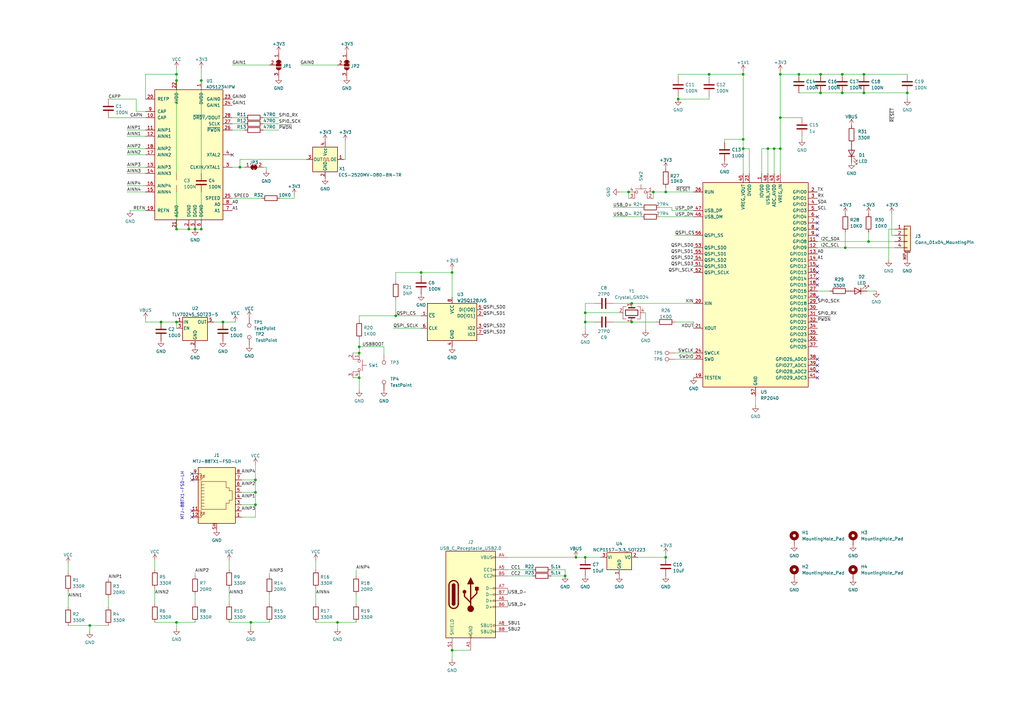
<source format=kicad_sch>
(kicad_sch (version 20211123) (generator eeschema)
  (paper "A3")
  (title_block (title "4x Quarter-Wheatstone Bridge Interface") (date "2022-07-21") (rev "v1.0") (company "Design: Naveed Riaziat, Uli Bartels"))
  (junction (at 72.39 33.02))
  (junction (at 327.66 30.48))
  (junction (at 257.81 78.74))
  (junction (at 82.55 33.02))
  (junction (at 236.22 228.6))
  (junction (at 91.44 132.08))
  (junction (at 354.33 38.1))
  (junction (at 304.8 30.48))
  (junction (at 240.03 132.08))
  (junction (at 147.32 142.24))
  (junction (at 317.5 60.96))
  (junction (at 320.04 30.48))
  (junction (at 267.97 78.74))
  (junction (at 273.05 228.6))
  (junction (at 273.05 78.74))
  (junction (at 320.04 48.26))
  (junction (at 304.8 57.15))
  (junction (at 259.08 124.46))
  (junction (at 372.11 38.1))
  (junction (at 77.47 93.98))
  (junction (at 102.87 255.27))
  (junction (at 356.235 99.06))
  (junction (at 346.71 101.6))
  (junction (at 147.32 144.78))
  (junction (at 185.42 266.7))
  (junction (at 240.03 128.27))
  (junction (at 320.04 60.96))
  (junction (at 104.775 201.93))
  (junction (at 72.39 93.98))
  (junction (at 278.13 40.64))
  (junction (at 138.43 255.27))
  (junction (at 304.8 60.96))
  (junction (at 162.306 129.54))
  (junction (at 336.55 38.1))
  (junction (at 82.55 93.98))
  (junction (at 72.39 30.48))
  (junction (at 72.39 132.08))
  (junction (at 290.83 30.48))
  (junction (at 172.72 111.76))
  (junction (at 240.03 228.6))
  (junction (at 345.44 38.1))
  (junction (at 104.775 196.85))
  (junction (at 259.08 132.08))
  (junction (at 345.44 30.48))
  (junction (at 336.55 30.48))
  (junction (at 66.04 132.08))
  (junction (at 185.42 111.76))
  (junction (at 72.39 255.27))
  (junction (at 147.32 154.94))
  (junction (at 354.33 30.48))
  (junction (at 231.775 236.22))
  (junction (at 104.775 207.01))
  (junction (at 98.425 68.58))
  (junction (at 36.83 256.54))
  (junction (at 314.96 60.96))
  (junction (at 80.01 93.98))
  (no_connect (at 335.28 149.86))
  (no_connect (at 78.74 194.31))
  (no_connect (at 78.74 196.85))
  (no_connect (at 78.74 209.55))
  (no_connect (at 78.74 212.09))
  (no_connect (at 95.25 63.5))
  (no_connect (at 335.28 152.4))
  (no_connect (at 335.28 147.32))
  (no_connect (at 335.28 154.94))
  (no_connect (at 335.28 88.9))
  (no_connect (at 335.28 96.52))
  (no_connect (at 335.28 116.84))
  (no_connect (at 335.28 121.92))
  (no_connect (at 335.28 91.44))
  (no_connect (at 335.28 111.76))
  (no_connect (at 335.28 114.3))
  (no_connect (at 335.28 93.98))
  (no_connect (at 335.28 109.22))
  (wire (pts (xy 346.71 95.25) (xy 346.71 101.6)))
  (wire (pts (xy 273.05 78.74) (xy 284.48 78.74)))
  (wire (pts (xy 240.03 124.46) (xy 240.03 128.27)))
  (wire (pts (xy 162.306 122.936) (xy 162.306 129.54)))
  (wire (pts (xy 114.3 50.8) (xy 107.95 50.8)))
  (wire (pts (xy 226.06 233.68) (xy 231.775 233.68)))
  (wire (pts (xy 304.8 57.15) (xy 297.18 57.15)))
  (wire (pts (xy 278.13 30.48) (xy 278.13 31.75)))
  (wire (pts (xy 273.05 76.835) (xy 273.05 78.74)))
  (wire (pts (xy 80.01 243.84) (xy 80.01 247.65)))
  (wire (pts (xy 320.04 60.96) (xy 320.04 71.12)))
  (wire (pts (xy 99.06 196.85) (xy 104.775 196.85)))
  (wire (pts (xy 72.39 33.02) (xy 72.39 71.12)))
  (wire (pts (xy 290.83 30.48) (xy 278.13 30.48)))
  (wire (pts (xy 161.29 134.62) (xy 172.72 134.62)))
  (wire (pts (xy 144.78 144.78) (xy 147.32 144.78)))
  (wire (pts (xy 261.62 228.6) (xy 273.05 228.6)))
  (wire (pts (xy 309.88 162.56) (xy 309.88 166.37)))
  (wire (pts (xy 364.49 93.98) (xy 364.49 106.68)))
  (wire (pts (xy 307.34 71.12) (xy 307.34 60.96)))
  (wire (pts (xy 304.8 30.48) (xy 290.83 30.48)))
  (wire (pts (xy 312.42 60.96) (xy 314.96 60.96)))
  (wire (pts (xy 53.34 86.36) (xy 59.69 86.36)))
  (wire (pts (xy 372.11 38.1) (xy 372.11 40.64)))
  (wire (pts (xy 185.42 111.76) (xy 185.42 121.92)))
  (wire (pts (xy 147.32 139.065) (xy 147.32 142.24)))
  (wire (pts (xy 162.306 115.316) (xy 162.306 111.76)))
  (wire (pts (xy 251.46 124.46) (xy 259.08 124.46)))
  (wire (pts (xy 314.96 60.96) (xy 314.96 71.12)))
  (wire (pts (xy 52.07 63.5) (xy 59.69 63.5)))
  (wire (pts (xy 95.25 53.34) (xy 100.33 53.34)))
  (wire (pts (xy 109.22 68.58) (xy 109.22 69.85)))
  (wire (pts (xy 240.03 228.6) (xy 246.38 228.6)))
  (wire (pts (xy 52.07 55.88) (xy 59.69 55.88)))
  (wire (pts (xy 129.54 255.27) (xy 138.43 255.27)))
  (wire (pts (xy 162.306 129.54) (xy 172.72 129.54)))
  (wire (pts (xy 27.94 256.54) (xy 36.83 256.54)))
  (wire (pts (xy 72.39 30.48) (xy 72.39 33.02)))
  (wire (pts (xy 218.44 236.22) (xy 208.28 236.22)))
  (wire (pts (xy 367.03 93.98) (xy 364.49 93.98)))
  (wire (pts (xy 82.55 33.02) (xy 82.55 71.12)))
  (wire (pts (xy 98.425 68.58) (xy 100.33 68.58)))
  (wire (pts (xy 63.5 241.3) (xy 63.5 247.65)))
  (wire (pts (xy 257.81 78.74) (xy 254 78.74)))
  (wire (pts (xy 157.48 142.24) (xy 157.48 145.415)))
  (wire (pts (xy 240.03 124.46) (xy 243.84 124.46)))
  (wire (pts (xy 95.25 50.8) (xy 100.33 50.8)))
  (wire (pts (xy 110.49 234.95) (xy 110.49 236.22)))
  (wire (pts (xy 304.8 29.21) (xy 304.8 30.48)))
  (wire (pts (xy 107.95 68.58) (xy 109.22 68.58)))
  (wire (pts (xy 276.86 96.52) (xy 284.48 96.52)))
  (wire (pts (xy 146.05 243.84) (xy 146.05 247.65)))
  (wire (pts (xy 314.96 60.96) (xy 317.5 60.96)))
  (wire (pts (xy 36.83 256.54) (xy 44.45 256.54)))
  (wire (pts (xy 52.07 78.74) (xy 59.69 78.74)))
  (wire (pts (xy 320.04 30.48) (xy 320.04 48.26)))
  (wire (pts (xy 114.3 53.34) (xy 107.95 53.34)))
  (wire (pts (xy 345.44 38.1) (xy 354.33 38.1)))
  (wire (pts (xy 82.55 78.74) (xy 82.55 93.98)))
  (wire (pts (xy 147.32 142.24) (xy 147.32 144.78)))
  (wire (pts (xy 138.43 255.27) (xy 138.43 257.81)))
  (wire (pts (xy 259.08 124.46) (xy 284.48 124.46)))
  (wire (pts (xy 251.46 88.9) (xy 262.89 88.9)))
  (wire (pts (xy 218.44 233.68) (xy 208.28 233.68)))
  (wire (pts (xy 185.42 266.7) (xy 185.42 270.51)))
  (wire (pts (xy 354.33 30.48) (xy 372.11 30.48)))
  (wire (pts (xy 144.78 154.94) (xy 147.32 154.94)))
  (wire (pts (xy 304.8 60.96) (xy 304.8 57.15)))
  (wire (pts (xy 93.98 255.27) (xy 102.87 255.27)))
  (wire (pts (xy 231.775 233.68) (xy 231.775 236.22)))
  (wire (pts (xy 147.32 129.54) (xy 162.306 129.54)))
  (wire (pts (xy 335.28 119.38) (xy 340.36 119.38)))
  (wire (pts (xy 140.97 65.405) (xy 141.605 65.405)))
  (wire (pts (xy 59.69 30.48) (xy 72.39 30.48)))
  (wire (pts (xy 98.425 65.405) (xy 98.425 68.58)))
  (wire (pts (xy 129.54 229.87) (xy 129.54 233.68)))
  (wire (pts (xy 327.66 30.48) (xy 336.55 30.48)))
  (wire (pts (xy 276.86 132.08) (xy 284.48 132.08)))
  (wire (pts (xy 125.73 65.405) (xy 98.425 65.405)))
  (wire (pts (xy 312.42 71.12) (xy 312.42 60.96)))
  (wire (pts (xy 63.5 255.27) (xy 72.39 255.27)))
  (wire (pts (xy 44.45 245.11) (xy 44.45 248.92)))
  (wire (pts (xy 367.03 96.52) (xy 365.76 96.52)))
  (wire (pts (xy 102.87 255.27) (xy 102.87 257.81)))
  (wire (pts (xy 72.39 132.08) (xy 72.39 134.62)))
  (wire (pts (xy 87.63 132.08) (xy 91.44 132.08)))
  (wire (pts (xy 264.795 128.27) (xy 264.16 128.27)))
  (wire (pts (xy 104.775 201.93) (xy 104.775 196.85)))
  (wire (pts (xy 44.45 48.26) (xy 59.69 48.26)))
  (wire (pts (xy 114.3 48.26) (xy 107.95 48.26)))
  (wire (pts (xy 290.83 30.48) (xy 290.83 31.75)))
  (wire (pts (xy 95.25 26.67) (xy 110.49 26.67)))
  (wire (pts (xy 270.51 88.9) (xy 284.48 88.9)))
  (wire (pts (xy 95.25 68.58) (xy 98.425 68.58)))
  (wire (pts (xy 355.6 119.38) (xy 359.41 119.38)))
  (wire (pts (xy 365.76 87.63) (xy 365.76 96.52)))
  (wire (pts (xy 267.97 78.74) (xy 273.05 78.74)))
  (wire (pts (xy 66.04 132.08) (xy 72.39 132.08)))
  (wire (pts (xy 147.32 129.54) (xy 147.32 131.445)))
  (wire (pts (xy 290.83 39.37) (xy 290.83 40.64)))
  (wire (pts (xy 304.8 30.48) (xy 304.8 57.15)))
  (wire (pts (xy 93.98 241.3) (xy 93.98 247.65)))
  (wire (pts (xy 240.03 128.27) (xy 240.03 132.08)))
  (wire (pts (xy 278.13 39.37) (xy 278.13 40.64)))
  (wire (pts (xy 320.04 48.26) (xy 320.04 60.96)))
  (wire (pts (xy 354.33 38.1) (xy 372.11 38.1)))
  (wire (pts (xy 99.06 201.93) (xy 104.775 201.93)))
  (wire (pts (xy 208.28 241.3) (xy 208.28 243.84)))
  (wire (pts (xy 264.795 128.27) (xy 264.795 135.255)))
  (wire (pts (xy 114.935 81.28) (xy 120.65 81.28)))
  (wire (pts (xy 172.72 111.76) (xy 185.42 111.76)))
  (wire (pts (xy 120.65 81.28) (xy 120.65 80.01)))
  (wire (pts (xy 335.28 99.06) (xy 356.235 99.06)))
  (wire (pts (xy 27.94 231.14) (xy 27.94 234.95)))
  (wire (pts (xy 240.03 132.08) (xy 240.03 135.89)))
  (wire (pts (xy 72.39 93.98) (xy 77.47 93.98)))
  (wire (pts (xy 243.84 132.08) (xy 240.03 132.08)))
  (wire (pts (xy 208.28 228.6) (xy 236.22 228.6)))
  (wire (pts (xy 138.43 255.27) (xy 146.05 255.27)))
  (wire (pts (xy 304.8 60.96) (xy 307.34 60.96)))
  (wire (pts (xy 327.66 38.1) (xy 336.55 38.1)))
  (wire (pts (xy 320.04 48.26) (xy 328.93 48.26)))
  (wire (pts (xy 52.07 71.12) (xy 59.69 71.12)))
  (wire (pts (xy 320.04 30.48) (xy 327.66 30.48)))
  (wire (pts (xy 297.18 57.15) (xy 297.18 58.42)))
  (wire (pts (xy 52.07 76.2) (xy 59.69 76.2)))
  (wire (pts (xy 276.86 144.78) (xy 284.48 144.78)))
  (wire (pts (xy 59.69 45.72) (xy 55.88 45.72)))
  (wire (pts (xy 251.46 85.09) (xy 262.89 85.09)))
  (wire (pts (xy 257.81 81.28) (xy 257.81 78.74)))
  (wire (pts (xy 345.44 30.48) (xy 354.33 30.48)))
  (wire (pts (xy 72.39 27.94) (xy 72.39 30.48)))
  (wire (pts (xy 336.55 38.1) (xy 345.44 38.1)))
  (wire (pts (xy 99.06 207.01) (xy 104.775 207.01)))
  (wire (pts (xy 80.01 93.98) (xy 82.55 93.98)))
  (wire (pts (xy 147.32 142.24) (xy 157.48 142.24)))
  (wire (pts (xy 82.55 27.94) (xy 82.55 33.02)))
  (wire (pts (xy 63.5 229.87) (xy 63.5 233.68)))
  (wire (pts (xy 335.28 101.6) (xy 346.71 101.6)))
  (wire (pts (xy 80.01 234.95) (xy 80.01 236.22)))
  (wire (pts (xy 27.94 242.57) (xy 27.94 248.92)))
  (wire (pts (xy 52.07 53.34) (xy 59.69 53.34)))
  (wire (pts (xy 52.07 60.96) (xy 59.69 60.96)))
  (wire (pts (xy 275.59 85.09) (xy 275.59 86.36)))
  (wire (pts (xy 336.55 30.48) (xy 345.44 30.48)))
  (wire (pts (xy 72.39 255.27) (xy 80.01 255.27)))
  (wire (pts (xy 270.51 85.09) (xy 275.59 85.09)))
  (wire (pts (xy 284.48 132.08) (xy 284.48 134.62)))
  (wire (pts (xy 36.83 256.54) (xy 36.83 259.08)))
  (wire (pts (xy 226.06 236.22) (xy 231.775 236.22)))
  (wire (pts (xy 59.69 30.48) (xy 59.69 40.64)))
  (wire (pts (xy 259.08 132.08) (xy 269.24 132.08)))
  (wire (pts (xy 356.235 99.06) (xy 367.03 99.06)))
  (wire (pts (xy 273.05 227.33) (xy 273.05 228.6)))
  (wire (pts (xy 99.06 212.09) (xy 104.775 212.09)))
  (wire (pts (xy 102.87 255.27) (xy 110.49 255.27)))
  (wire (pts (xy 123.19 26.67) (xy 138.43 26.67)))
  (wire (pts (xy 162.306 111.76) (xy 172.72 111.76)))
  (wire (pts (xy 304.8 60.96) (xy 304.8 71.12)))
  (wire (pts (xy 104.775 212.09) (xy 104.775 207.01)))
  (wire (pts (xy 91.44 132.08) (xy 96.52 132.08)))
  (wire (pts (xy 236.22 228.6) (xy 240.03 228.6)))
  (wire (pts (xy 77.47 93.98) (xy 80.01 93.98)))
  (wire (pts (xy 52.07 68.58) (xy 59.69 68.58)))
  (wire (pts (xy 185.42 266.7) (xy 193.04 266.7)))
  (wire (pts (xy 72.39 255.27) (xy 72.39 257.81)))
  (wire (pts (xy 59.69 130.81) (xy 59.69 132.08)))
  (wire (pts (xy 251.46 132.08) (xy 259.08 132.08)))
  (wire (pts (xy 146.05 233.68) (xy 146.05 236.22)))
  (wire (pts (xy 172.72 111.76) (xy 172.72 113.03)))
  (wire (pts (xy 320.04 29.21) (xy 320.04 30.48)))
  (wire (pts (xy 328.93 55.88) (xy 328.93 57.15)))
  (wire (pts (xy 240.03 128.27) (xy 254 128.27)))
  (wire (pts (xy 59.69 132.08) (xy 66.04 132.08)))
  (wire (pts (xy 110.49 243.84) (xy 110.49 247.65)))
  (wire (pts (xy 55.88 40.64) (xy 44.45 40.64)))
  (wire (pts (xy 141.605 65.405) (xy 141.605 57.785)))
  (wire (pts (xy 317.5 60.96) (xy 320.04 60.96)))
  (wire (pts (xy 284.48 86.36) (xy 275.59 86.36)))
  (wire (pts (xy 346.71 101.6) (xy 367.03 101.6)))
  (wire (pts (xy 72.39 78.74) (xy 72.39 93.98)))
  (wire (pts (xy 129.54 241.3) (xy 129.54 247.65)))
  (wire (pts (xy 93.98 229.87) (xy 93.98 233.68)))
  (wire (pts (xy 95.25 81.28) (xy 107.315 81.28)))
  (wire (pts (xy 317.5 60.96) (xy 317.5 71.12)))
  (wire (pts (xy 267.97 81.28) (xy 267.97 78.74)))
  (wire (pts (xy 276.86 147.32) (xy 284.48 147.32)))
  (wire (pts (xy 95.25 48.26) (xy 100.33 48.26)))
  (wire (pts (xy 208.28 246.38) (xy 208.28 248.92)))
  (wire (pts (xy 147.32 154.94) (xy 147.32 160.02)))
  (wire (pts (xy 356.235 95.25) (xy 356.235 99.06)))
  (wire (pts (xy 104.775 207.01) (xy 104.775 201.93)))
  (wire (pts (xy 185.42 110.49) (xy 185.42 111.76)))
  (wire (pts (xy 104.775 196.85) (xy 104.775 190.5)))
  (wire (pts (xy 290.83 40.64) (xy 278.13 40.64)))
  (wire (pts (xy 55.88 45.72) (xy 55.88 40.64)))
  (text "MTJ-88TX1-FSD-LH" (at 75.565 213.36 90) (effects (font (size 1.27 1.27)) (justify left bottom)))
  (label "QSPI_CS" (at 276.86 96.52 0))
  (label "~{PWDN}" (at 335.28 132.08 0))
  (label "AINP2" (at 80.01 234.95 0))
  (label "XIN" (at 284.48 124.46 180))
  (label "SWCLK" (at 284.48 144.78 180))
  (label "AINP3" (at 52.07 68.58 0))
  (label "TX" (at 335.28 78.74 0))
  (label "QSPI_SD0" (at 198.12 127 0))
  (label "CC2" (at 209.55 236.22 0))
  (label "SWDIO" (at 284.48 147.32 180))
  (label "QSPI_SD1" (at 284.48 104.14 180))
  (label "SCL" (at 335.28 86.36 0))
  (label "CC1" (at 209.55 233.68 0))
  (label "AINN2" (at 63.5 243.84 0))
  (label "QSPI_SD2" (at 198.12 134.62 0))
  (label "USB_D+" (at 251.46 85.09 0))
  (label "AINP4" (at 52.07 76.2 0))
  (label "QSPI_SCLK" (at 284.48 111.76 180))
  (label "CAPP" (at 44.45 40.64 0))
  (label "A0" (at 95.25 83.82 0))
  (label "~{PWDN}" (at 114.3 53.34 0))
  (label "XOUT" (at 284.48 134.62 180))
  (label "QSPI_SD3" (at 198.12 137.16 0))
  (label "A1" (at 95.25 86.36 0))
  (label "AINN4" (at 129.54 243.84 0))
  (label "SPI0_SCK" (at 114.3 50.8 0))
  (label "QSPI_SCLK" (at 161.29 134.62 0))
  (label "AINP1" (at 99.06 204.47 0))
  (label "SPI0_RX" (at 335.28 129.54 0))
  (label "AINN1" (at 52.07 55.88 0))
  (label "AINP2" (at 99.06 199.39 0))
  (label "REFN" (at 54.61 86.36 0))
  (label "A0" (at 335.28 104.14 0))
  (label "SBU1" (at 208.28 256.54 0))
  (label "AINP3" (at 99.06 209.55 0))
  (label "SPI0_SCK" (at 335.28 124.46 0))
  (label "~{RESET}" (at 367.03 50.165 90))
  (label "QSPI_SD3" (at 284.48 109.22 180))
  (label "A1" (at 335.28 106.68 0))
  (label "QSPI_SD1" (at 198.12 129.54 0))
  (label "AINP4" (at 99.06 194.31 0))
  (label "SPI0_RX" (at 114.3 48.26 0))
  (label "GAIN1" (at 95.25 26.67 0))
  (label "USB_D+" (at 208.28 248.92 0))
  (label "AINN1" (at 27.94 245.11 0))
  (label "SPEED" (at 95.885 81.28 0))
  (label "AINP4" (at 146.05 233.68 0))
  (label "SDA" (at 335.28 83.82 0))
  (label "USB_D-" (at 208.28 243.84 0))
  (label "USP_DP" (at 276.86 86.36 0))
  (label "QSPI_CS" (at 162.56 129.54 0))
  (label "AINN3" (at 93.98 243.84 0))
  (label "GAIN0" (at 95.25 40.64 0))
  (label "USP_DN" (at 276.86 88.9 0))
  (label "~{RESET}" (at 283.21 78.74 180))
  (label "AINP2" (at 52.07 60.96 0))
  (label "AINP1" (at 44.45 237.49 0))
  (label "I2C_SDA" (at 336.55 99.06 0))
  (label "QSPI_SD0" (at 284.48 101.6 180))
  (label "USBBOOT" (at 148.59 142.24 0))
  (label "GAIN0" (at 123.19 26.67 0))
  (label "AINN3" (at 52.07 71.12 0))
  (label "AINP1" (at 52.07 53.34 0))
  (label "AINN2" (at 52.07 63.5 0))
  (label "USB_D-" (at 251.46 88.9 0))
  (label "SBU2" (at 208.28 259.08 0))
  (label "GAIN1" (at 95.25 43.18 0))
  (label "I2C_SCL" (at 336.55 101.6 0))
  (label "QSPI_SD2" (at 284.48 106.68 180))
  (label "CAPN" (at 53.34 48.26 0))
  (label "RX" (at 335.28 81.28 0))
  (label "AINN4" (at 52.07 78.74 0))
  (label "AINP3" (at 110.49 234.95 0))
  (symbol (lib_id "power:+3V3") (at 273.05 69.215 0) (unit 1)
    (property "Reference" "#PWR041" (effects hide))
    (property "Value" "+3V3" (at 273.05 65.6392 0))
  )
  (symbol (lib_id "Connector_Generic_MountingPin:Conn_01x04_MountingPin") (at 372.11 96.52 0) (unit 1)
    (property "Reference" "J3" (at 375.285 96.8755 0) (effects (justify left)))
    (property "Value" "Conn_01x04_MountingPin" (at 375.285 99.4155 0) (effects (justify left)))
    (property "Footprint" "Connector_JST:JST_SH_BM04B-SRSS-TB_1x04-1MP_P1.00mm_Vertical" (effects hide))
  )
  (symbol (lib_id "Device:R") (at 146.05 251.46 0) (unit 1)
    (property "Reference" "R19" (at 147.828 250.6253 0) (effects (justify left)))
    (property "Value" "330R" (at 147.828 253.1622 0) (effects (justify left)))
    (property "Footprint" "Resistor_SMD:R_0402_1005Metric_Pad0.72x0.64mm_HandSolder" (effects hide))
  )
  (symbol (lib_id "power:VCC") (at 72.39 27.94 0) (unit 1)
    (property "Reference" "#PWR07" (effects hide))
    (property "Value" "VCC" (at 72.39 24.3642 0))
  )
  (symbol (lib_id "Device:R") (at 346.71 91.44 0) (unit 1)
    (property "Reference" "R28" (at 348.615 90.1699 0) (effects (justify left)))
    (property "Value" "10K0" (at 348.615 92.7099 0) (effects (justify left)))
    (property "Footprint" "Resistor_SMD:R_0402_1005Metric_Pad0.72x0.64mm_HandSolder" (effects hide))
  )
  (symbol (lib_id "power:VCC") (at 27.94 231.14 0) (unit 1)
    (property "Reference" "#PWR01" (effects hide))
    (property "Value" "VCC" (at 27.94 227.5642 0))
  )
  (symbol (lib_id "Mechanical:MountingHole_Pad") (at 349.885 220.98 0) (unit 1)
    (property "Reference" "H3" (at 353.06 218.4399 0) (effects (justify left)))
    (property "Value" "MountingHole_Pad" (at 353.06 220.9799 0) (effects (justify left)))
    (property "Footprint" "MountingHole:MountingHole_2.2mm_M2_DIN965_Pad" (effects hide))
  )
  (symbol (lib_id "power:+3V3") (at 346.71 87.63 0) (unit 1)
    (property "Reference" "#PWR051" (effects hide))
    (property "Value" "+3V3" (at 346.71 84.0542 0))
  )
  (symbol (lib_id "power:+3V3") (at 133.35 57.785 0) (unit 1)
    (property "Reference" "#PWR0103" (effects hide))
    (property "Value" "+3V3" (at 133.35 54.2092 0))
  )
  (symbol (lib_id "power:+3V3") (at 114.3 21.59 0) (unit 1)
    (property "Reference" "#PWR021" (effects hide))
    (property "Value" "+3V3" (at 114.3 18.0142 0))
  )
  (symbol (lib_id "power:VCC") (at 102.235 130.175 0) (unit 1)
    (property "Reference" "#PWR017" (effects hide))
    (property "Value" "VCC" (at 102.235 126.5992 0))
  )
  (symbol (lib_id "Jumper:SolderJumper_2_Bridged") (at 104.14 68.58 0) (unit 1)
    (property "Reference" "JP3" (at 104.14 66.675 0))
    (property "Value" "SolderJumper_2_Bridged" (effects hide))
    (property "Footprint" "Jumper:SolderJumper-2_P1.3mm_Bridged_Pad1.0x1.5mm" (effects hide))
  )
  (symbol (lib_id "Device:C") (at 354.33 34.29 0) (unit 1)
    (property "Reference" "C18" (at 357.251 33.4553 0) (effects (justify left)))
    (property "Value" "100N" (at 357.251 35.9922 0) (effects (justify left)))
    (property "Footprint" "Capacitor_SMD:C_0402_1005Metric_Pad0.74x0.62mm_HandSolder" (effects hide))
  )
  (symbol (lib_id "power:GND") (at 309.88 166.37 0) (unit 1)
    (property "Reference" "#PWR046" (effects hide))
    (property "Value" "GND" (at 309.88 170.8134 0))
  )
  (symbol (lib_id "power:+3V3") (at 82.55 27.94 0) (unit 1)
    (property "Reference" "#PWR011" (effects hide))
    (property "Value" "+3V3" (at 82.55 24.3642 0))
  )
  (symbol (lib_id "Device:C") (at 273.05 232.41 0) (unit 1)
    (property "Reference" "C10" (at 275.971 231.5753 0) (effects (justify left)))
    (property "Value" "10uF" (at 275.971 234.1122 0) (effects (justify left)))
    (property "Footprint" "Capacitor_SMD:C_0402_1005Metric_Pad0.74x0.62mm_HandSolder" (effects hide))
  )
  (symbol (lib_id "Device:C") (at 345.44 34.29 0) (unit 1)
    (property "Reference" "C17" (at 348.361 33.4553 0) (effects (justify left)))
    (property "Value" "100N" (at 348.361 35.9922 0) (effects (justify left)))
    (property "Footprint" "Capacitor_SMD:C_0402_1005Metric_Pad0.74x0.62mm_HandSolder" (effects hide))
  )
  (symbol (lib_id "Connector:TestPoint") (at 102.235 141.605 0) (unit 1)
    (property "Reference" "TP2" (at 104.775 137.0329 0) (effects (justify left)))
    (property "Value" "TestPoint" (at 104.775 139.5729 0) (effects (justify left)))
    (property "Footprint" "TestPoint:TestPoint_Pad_D3.0mm" (effects hide))
  )
  (symbol (lib_id "Device:C") (at 82.55 74.93 0) (unit 1)
    (property "Reference" "C4" (at 85.471 74.0953 0) (effects (justify left)))
    (property "Value" "100N" (at 85.471 76.6322 0) (effects (justify left)))
    (property "Footprint" "Capacitor_SMD:C_0402_1005Metric_Pad0.74x0.62mm_HandSolder" (effects hide))
  )
  (symbol (lib_id "power:GND") (at 185.42 270.51 0) (unit 1)
    (property "Reference" "#PWR032" (effects hide))
    (property "Value" "GND" (at 185.42 274.9534 0))
  )
  (symbol (lib_id "Connector:TestPoint") (at 102.235 130.175 180) (unit 1)
    (property "Reference" "TP1" (at 104.14 132.2069 0) (effects (justify right)))
    (property "Value" "TestPoint" (at 104.14 134.7469 0) (effects (justify right)))
    (property "Footprint" "TestPoint:TestPoint_Pad_D3.0mm" (effects hide))
  )
  (symbol (lib_id "Device:R") (at 349.25 55.245 0) (unit 1)
    (property "Reference" "R31" (at 351.79 53.9749 0) (effects (justify left)))
    (property "Value" "330R" (at 351.79 56.5149 0) (effects (justify left)))
    (property "Footprint" "Resistor_SMD:R_0402_1005Metric_Pad0.72x0.64mm_HandSolder" (effects hide))
  )
  (symbol (lib_id "power:GND") (at 53.34 86.36 0) (unit 1)
    (property "Reference" "#PWR03" (effects hide))
    (property "Value" "GND" (at 53.34 90.8034 0))
  )
  (symbol (lib_id "Device:R") (at 344.17 119.38 90) (unit 1)
    (property "Reference" "R29" (at 344.17 114.6642 90))
    (property "Value" "330R" (at 344.17 117.2011 90))
    (property "Footprint" "Resistor_SMD:R_0402_1005Metric_Pad0.72x0.64mm_HandSolder" (effects hide))
  )
  (symbol (lib_id "Connector:TestPoint") (at 276.86 147.32 90) (unit 1)
    (property "Reference" "TP6" (at 270.002 147.32 90))
    (property "Value" "TestPoint" (effects hide))
    (property "Footprint" "TestPoint:TestPoint_Pad_D4.0mm" (effects hide))
  )
  (symbol (lib_id "power:GND") (at 254 78.74 270) (mirror x) (unit 1)
    (property "Reference" "#PWR061" (effects hide))
    (property "Value" "GND" (at 249.5566 78.74 0))
  )
  (symbol (lib_id "power:GND") (at 142.24 31.75 0) (unit 1)
    (property "Reference" "#PWR026" (effects hide))
    (property "Value" "GND" (at 142.24 36.1934 0))
  )
  (symbol (lib_id "Connector:TestPoint") (at 276.86 144.78 90) (unit 1)
    (property "Reference" "TP5" (at 270.002 144.78 90))
    (property "Value" "TestPoint" (effects hide))
    (property "Footprint" "TestPoint:TestPoint_Pad_D4.0mm" (effects hide))
  )
  (symbol (lib_id "Device:C") (at 66.04 135.89 0) (unit 1)
    (property "Reference" "C2" (at 68.961 135.0553 0) (effects (justify left)))
    (property "Value" "10U0" (at 68.961 137.5922 0) (effects (justify left)))
    (property "Footprint" "Capacitor_SMD:C_0402_1005Metric_Pad0.74x0.62mm_HandSolder" (effects hide))
  )
  (symbol (lib_id "Device:R") (at 147.32 135.255 0) (unit 1)
    (property "Reference" "R20" (at 149.098 134.4203 0) (effects (justify left)))
    (property "Value" "1K00" (at 149.098 136.9572 0) (effects (justify left)))
    (property "Footprint" "Resistor_SMD:R_0402_1005Metric_Pad0.72x0.64mm_HandSolder" (effects hide))
  )
  (symbol (lib_id "Regulator_Linear:NCP1117-3.3_SOT223") (at 254 228.6 0) (unit 1)
    (property "Reference" "U4" (at 254 222.9952 0))
    (property "Value" "NCP1117-3.3_SOT223" (at 254 225.5321 0))
    (property "Footprint" "Package_TO_SOT_SMD:SOT-223-3_TabPin2" (effects hide))
    (property "Datasheet" "http://www.onsemi.com/pub_link/Collateral/NCP1117-D.PDF" (effects hide))
  )
  (symbol (lib_id "Device:C") (at 336.55 34.29 0) (unit 1)
    (property "Reference" "C16" (at 339.471 33.4553 0) (effects (justify left)))
    (property "Value" "100N" (at 339.471 35.9922 0) (effects (justify left)))
    (property "Footprint" "Capacitor_SMD:C_0402_1005Metric_Pad0.74x0.62mm_HandSolder" (effects hide))
  )
  (symbol (lib_id "power:VCC") (at 96.52 132.08 0) (unit 1)
    (property "Reference" "#PWR016" (effects hide))
    (property "Value" "VCC" (at 96.52 128.5042 0))
  )
  (symbol (lib_id "Device:C") (at 328.93 52.07 0) (unit 1)
    (property "Reference" "C15" (at 331.851 51.2353 0) (effects (justify left)))
    (property "Value" "1u" (at 331.851 53.7722 0) (effects (justify left)))
    (property "Footprint" "Capacitor_SMD:C_0402_1005Metric_Pad0.74x0.62mm_HandSolder" (effects hide))
  )
  (symbol (lib_id "Device:R") (at 104.14 53.34 90) (unit 1)
    (property "Reference" "R13" (at 99.06 52.07 90))
    (property "Value" "47R0" (at 110.49 52.07 90))
    (property "Footprint" "Resistor_SMD:R_0402_1005Metric_Pad0.72x0.64mm_HandSolder" (effects hide))
  )
  (symbol (lib_id "power:GND") (at 372.11 40.64 0) (unit 1)
    (property "Reference" "#PWR062" (effects hide))
    (property "Value" "GND" (at 372.11 45.0834 0))
  )
  (symbol (lib_id "Device:R") (at 93.98 237.49 0) (unit 1)
    (property "Reference" "R9" (at 95.758 236.6553 0) (effects (justify left)))
    (property "Value" "330R" (at 95.758 239.1922 0) (effects (justify left)))
    (property "Footprint" "Resistor_SMD:R_0402_1005Metric_Pad0.72x0.64mm_HandSolder" (effects hide))
  )
  (symbol (lib_id "Device:R") (at 80.01 240.03 0) (unit 1)
    (property "Reference" "R7" (at 81.788 239.1953 0) (effects (justify left)))
    (property "Value" "20R0" (at 81.788 241.7322 0) (effects (justify left)))
    (property "Footprint" "Resistor_SMD:R_0402_1005Metric_Pad0.72x0.64mm_HandSolder" (effects hide))
  )
  (symbol (lib_id "power:+3V3") (at 273.05 227.33 0) (unit 1)
    (property "Reference" "#PWR038" (effects hide))
    (property "Value" "+3V3" (at 273.05 223.7542 0))
  )
  (symbol (lib_id "Device:R") (at 273.05 73.025 0) (unit 1)
    (property "Reference" "R27" (at 274.828 72.1903 0) (effects (justify left)))
    (property "Value" "10K0" (at 274.955 74.295 0) (effects (justify left)))
    (property "Footprint" "Resistor_SMD:R_0402_1005Metric_Pad0.72x0.64mm_HandSolder" (effects hide))
  )
  (symbol (lib_id "Device:C") (at 247.65 132.08 270) (unit 1)
    (property "Reference" "C9" (at 247.65 138.43 90))
    (property "Value" "27P0" (at 247.65 135.89 90))
    (property "Footprint" "Capacitor_SMD:C_0402_1005Metric_Pad0.74x0.62mm_HandSolder" (effects hide))
  )
  (symbol (lib_id "Device:R") (at 27.94 238.76 0) (unit 1)
    (property "Reference" "R1" (at 29.718 237.9253 0) (effects (justify left)))
    (property "Value" "330R" (at 29.718 240.4622 0) (effects (justify left)))
    (property "Footprint" "Resistor_SMD:R_0402_1005Metric_Pad0.72x0.64mm_HandSolder" (effects hide))
  )
  (symbol (lib_id "Switch:SW_MEC_5E") (at 144.78 149.86 270) (unit 1)
    (property "Reference" "SW1" (at 151.13 149.8599 90) (effects (justify left)))
    (property "Value" "SW_MEC_5E" (effects hide))
    (property "Footprint" "Button_Switch_THT:SW_TH_Tactile_Omron_B3F-10xx" (effects hide))
    (property "Datasheet" "http://www.apem.com/int/index.php?controller=attachment&id_attachment=1371" (effects hide))
  )
  (symbol (lib_id "power:VBUS") (at 59.69 130.81 0) (unit 1)
    (property "Reference" "#PWR04" (effects hide))
    (property "Value" "VBUS" (at 59.69 127.2342 0))
  )
  (symbol (lib_id "Device:R") (at 27.94 252.73 180) (unit 1)
    (property "Reference" "R2" (at 29.718 251.8953 0) (effects (justify right)))
    (property "Value" "330R" (at 29.718 254.4322 0) (effects (justify right)))
    (property "Footprint" "Resistor_SMD:R_0402_1005Metric_Pad0.72x0.64mm_HandSolder" (effects hide))
  )
  (symbol (lib_id "Switch:SW_MEC_5E") (at 262.89 81.28 0) (mirror y) (unit 1)
    (property "Reference" "SW2" (at 262.8901 74.295 90) (effects (justify left)))
    (property "Value" "SW_MEC_5E" (effects hide))
    (property "Footprint" "Button_Switch_THT:SW_TH_Tactile_Omron_B3F-10xx" (effects hide))
    (property "Datasheet" "http://www.apem.com/int/index.php?controller=attachment&id_attachment=1371" (effects hide))
  )
  (symbol (lib_id "power:VCC") (at 63.5 229.87 0) (unit 1)
    (property "Reference" "#PWR05" (effects hide))
    (property "Value" "VCC" (at 63.5 226.2942 0))
  )
  (symbol (lib_id "power:+3V3") (at 141.605 57.785 0) (unit 1)
    (property "Reference" "#PWR0104" (effects hide))
    (property "Value" "+3V3" (at 141.605 54.2092 0))
  )
  (symbol (lib_id "Device:R") (at 63.5 251.46 180) (unit 1)
    (property "Reference" "R6" (at 65.278 250.6253 0) (effects (justify right)))
    (property "Value" "330R" (at 65.278 253.1622 0) (effects (justify right)))
    (property "Footprint" "Resistor_SMD:R_0402_1005Metric_Pad0.72x0.64mm_HandSolder" (effects hide))
  )
  (symbol (lib_id "power:+3V3") (at 185.42 110.49 0) (unit 1)
    (property "Reference" "#PWR030" (effects hide))
    (property "Value" "+3V3" (at 185.42 106.9142 0))
  )
  (symbol (lib_id "MCU_RaspberryPi:RP2040") (at 309.88 116.84 0) (unit 1)
    (property "Reference" "U5" (at 311.8994 160.7804 0) (effects (justify left)))
    (property "Value" "RP2040" (at 311.8994 163.3173 0) (effects (justify left)))
    (property "Footprint" "Package_DFN_QFN:QFN-56-1EP_7x7mm_P0.4mm_EP3.2x3.2mm" (effects hide))
    (property "Datasheet" "https://datasheets.raspberrypi.com/rp2040/rp2040-datasheet.pdf" (effects hide))
  )
  (symbol (lib_id "Device:Crystal_GND24") (at 259.08 128.27 90) (unit 1)
    (property "Reference" "Y1" (at 259.08 119.38 90))
    (property "Value" "Crystal_GND24" (at 259.08 121.92 90))
    (property "Footprint" "Crystal:Crystal_SMD_3225-4Pin_3.2x2.5mm_HandSoldering" (effects hide))
  )
  (symbol (lib_id "Device:C") (at 290.83 35.56 0) (unit 1)
    (property "Reference" "C12" (at 293.751 34.7253 0) (effects (justify left)))
    (property "Value" "100N" (at 293.751 37.2622 0) (effects (justify left)))
    (property "Footprint" "Capacitor_SMD:C_0402_1005Metric_Pad0.74x0.62mm_HandSolder" (effects hide))
  )
  (symbol (lib_id "Device:C") (at 297.18 62.23 0) (unit 1)
    (property "Reference" "C13" (at 300.101 61.3953 0) (effects (justify left)))
    (property "Value" "1U00" (at 300.101 63.9322 0) (effects (justify left)))
    (property "Footprint" "Capacitor_SMD:C_0402_1005Metric_Pad0.74x0.62mm_HandSolder" (effects hide))
  )
  (symbol (lib_id "power:GND") (at 325.755 237.49 0) (unit 1)
    (property "Reference" "#PWR049" (effects hide))
    (property "Value" "GND" (at 325.755 241.9334 0))
  )
  (symbol (lib_id "Connector:TestPoint") (at 157.48 160.02 0) (unit 1)
    (property "Reference" "TP4" (at 160.02 155.4479 0) (effects (justify left)))
    (property "Value" "TestPoint" (at 160.02 157.9879 0) (effects (justify left)))
    (property "Footprint" "TestPoint:TestPoint_Pad_D3.0mm" (effects hide))
  )
  (symbol (lib_id "power:GND") (at 254 236.22 0) (unit 1)
    (property "Reference" "#PWR037" (effects hide))
    (property "Value" "GND" (at 254 240.6634 0))
  )
  (symbol (lib_id "power:GND") (at 264.795 135.255 0) (unit 1)
    (property "Reference" "#PWR040" (effects hide))
    (property "Value" "GND" (at 264.795 139.6984 0))
  )
  (symbol (lib_id "power:GND") (at 102.235 141.605 0) (unit 1)
    (property "Reference" "#PWR018" (effects hide))
    (property "Value" "GND" (at 102.235 146.0484 0))
  )
  (symbol (lib_id "power:VCC") (at 129.54 229.87 0) (unit 1)
    (property "Reference" "#PWR023" (effects hide))
    (property "Value" "VCC" (at 129.54 226.2942 0))
  )
  (symbol (lib_id "power:GND") (at 185.42 142.24 0) (unit 1)
    (property "Reference" "#PWR031" (effects hide))
    (property "Value" "GND" (at 185.42 146.6834 0))
  )
  (symbol (lib_id "Device:R") (at 110.49 251.46 0) (unit 1)
    (property "Reference" "R15" (at 112.268 250.6253 0) (effects (justify left)))
    (property "Value" "330R" (at 112.268 253.1622 0) (effects (justify left)))
    (property "Footprint" "Resistor_SMD:R_0402_1005Metric_Pad0.72x0.64mm_HandSolder" (effects hide))
  )
  (symbol (lib_id "Device:R") (at 104.14 48.26 90) (unit 1)
    (property "Reference" "R11" (at 99.06 46.99 90))
    (property "Value" "47R0" (at 110.49 46.99 90))
    (property "Footprint" "Resistor_SMD:R_0402_1005Metric_Pad0.72x0.64mm_HandSolder" (effects hide))
  )
  (symbol (lib_id "power:GND") (at 284.48 154.94 0) (unit 1)
    (property "Reference" "#PWR043" (effects hide))
    (property "Value" "GND" (at 284.48 159.3834 0))
  )
  (symbol (lib_id "power:GND") (at 364.49 106.68 0) (unit 1)
    (property "Reference" "#PWR053" (effects hide))
    (property "Value" "GND" (at 364.49 111.1234 0))
  )
  (symbol (lib_id "Device:C") (at 91.44 135.89 0) (unit 1)
    (property "Reference" "C5" (at 94.361 135.0553 0) (effects (justify left)))
    (property "Value" "10U0" (at 94.361 137.5922 0) (effects (justify left)))
    (property "Footprint" "Capacitor_SMD:C_0402_1005Metric_Pad0.74x0.62mm_HandSolder" (effects hide))
  )
  (symbol (lib_id "power:GND") (at 133.35 73.025 0) (unit 1)
    (property "Reference" "#PWR0102" (effects hide))
    (property "Value" "GND" (at 133.35 77.4684 0))
  )
  (symbol (lib_id "Device:R") (at 222.25 233.68 270) (unit 1)
    (property "Reference" "R22" (at 217.17 232.41 90))
    (property "Value" "5.1k" (at 227.965 232.41 90))
    (property "Footprint" "Resistor_SMD:R_0402_1005Metric_Pad0.72x0.64mm_HandSolder" (effects hide))
  )
  (symbol (lib_id "Mechanical:MountingHole_Pad") (at 349.885 234.95 0) (unit 1)
    (property "Reference" "H4" (at 353.06 232.4099 0) (effects (justify left)))
    (property "Value" "MountingHole_Pad" (at 353.06 234.9499 0) (effects (justify left)))
    (property "Footprint" "MountingHole:MountingHole_2.2mm_M2_DIN965_Pad" (effects hide))
  )
  (symbol (lib_id "Device:R") (at 104.14 50.8 90) (unit 1)
    (property "Reference" "R12" (at 99.06 49.53 90))
    (property "Value" "47R0" (at 110.49 49.53 90))
    (property "Footprint" "Resistor_SMD:R_0402_1005Metric_Pad0.72x0.64mm_HandSolder" (effects hide))
  )
  (symbol (lib_id "Device:LED") (at 349.25 62.865 90) (unit 1)
    (property "Reference" "D1" (at 352.171 63.6178 90) (effects (justify right)))
    (property "Value" "LED" (at 352.171 66.1547 90) (effects (justify right)))
    (property "Footprint" "LED_SMD:LED_0603_1608Metric_Pad1.05x0.95mm_HandSolder" (effects hide))
  )
  (symbol (lib_id "Device:R") (at 266.7 85.09 90) (unit 1)
    (property "Reference" "R24" (at 261.62 83.82 90))
    (property "Value" "27R4" (at 271.78 83.82 90))
    (property "Footprint" "Resistor_SMD:R_0402_1005Metric_Pad0.72x0.64mm_HandSolder" (effects hide))
  )
  (symbol (lib_id "Device:R") (at 93.98 251.46 180) (unit 1)
    (property "Reference" "R10" (at 95.758 250.6253 0) (effects (justify right)))
    (property "Value" "330R" (at 95.758 253.1622 0) (effects (justify right)))
    (property "Footprint" "Resistor_SMD:R_0402_1005Metric_Pad0.72x0.64mm_HandSolder" (effects hide))
  )
  (symbol (lib_id "power:GND") (at 91.44 139.7 0) (unit 1)
    (property "Reference" "#PWR013" (effects hide))
    (property "Value" "GND" (at 91.44 144.1434 0))
  )
  (symbol (lib_id "Mechanical:MountingHole_Pad") (at 325.755 220.98 0) (unit 1)
    (property "Reference" "H1" (at 328.93 218.4399 0) (effects (justify left)))
    (property "Value" "MountingHole_Pad" (at 328.93 220.9799 0) (effects (justify left)))
    (property "Footprint" "MountingHole:MountingHole_2.2mm_M2_DIN965_Pad" (effects hide))
  )
  (symbol (lib_id "power:GND") (at 231.775 236.22 0) (unit 1)
    (property "Reference" "#PWR033" (effects hide))
    (property "Value" "GND" (at 231.775 240.6634 0))
  )
  (symbol (lib_id "power:GND") (at 240.03 135.89 0) (unit 1)
    (property "Reference" "#PWR036" (effects hide))
    (property "Value" "GND" (at 240.03 140.3334 0))
  )
  (symbol (lib_id "Connector:RJ45_LED_Shielded") (at 88.9 204.47 0) (unit 1)
    (property "Reference" "J1" (at 88.9 186.69 0))
    (property "Value" "MTJ-88TX1-FSD-LH" (at 88.9 189.23 0))
    (property "Footprint" "NorthernLights_Footprints:RJ45_Hanrun_HR911105A" (effects hide))
  )
  (symbol (lib_id "power:GND") (at 157.48 160.02 0) (unit 1)
    (property "Reference" "#PWR028" (effects hide))
    (property "Value" "GND" (at 157.48 164.4634 0))
  )
  (symbol (lib_id "Device:R") (at 222.25 236.22 90) (unit 1)
    (property "Reference" "R23" (at 217.17 234.95 90))
    (property "Value" "5.1k" (at 227.965 234.95 90))
    (property "Footprint" "Resistor_SMD:R_0402_1005Metric_Pad0.72x0.64mm_HandSolder" (effects hide))
  )
  (symbol (lib_id "Jumper:SolderJumper_3_Bridged12") (at 114.3 26.67 270) (unit 1)
    (property "Reference" "JP1" (at 115.951 27.1038 90) (effects (justify left)))
    (property "Value" "SolderJumper_3_Bridged12" (effects hide))
    (property "Footprint" "Jumper:SolderJumper-3_P1.3mm_Bridged12_Pad1.0x1.5mm" (effects hide))
  )
  (symbol (lib_id "power:GND") (at 278.13 40.64 0) (unit 1)
    (property "Reference" "#PWR042" (effects hide))
    (property "Value" "GND" (at 278.13 45.0834 0))
  )
  (symbol (lib_id "Device:C") (at 240.03 232.41 0) (unit 1)
    (property "Reference" "C7" (at 242.951 231.5753 0) (effects (justify left)))
    (property "Value" "10uF" (at 242.951 234.1122 0) (effects (justify left)))
    (property "Footprint" "Capacitor_SMD:C_0402_1005Metric_Pad0.74x0.62mm_HandSolder" (effects hide))
  )
  (symbol (lib_id "power:VBUS") (at 349.25 51.435 0) (unit 1)
    (property "Reference" "#PWR056" (effects hide))
    (property "Value" "VBUS" (at 349.25 47.8592 0))
  )
  (symbol (lib_id "Device:R") (at 129.54 237.49 0) (unit 1)
    (property "Reference" "R16" (at 131.318 236.6553 0) (effects (justify left)))
    (property "Value" "330R" (at 131.318 239.1922 0) (effects (justify left)))
    (property "Footprint" "Resistor_SMD:R_0402_1005Metric_Pad0.72x0.64mm_HandSolder" (effects hide))
  )
  (symbol (lib_id "power:+1V1") (at 304.8 29.21 0) (unit 1)
    (property "Reference" "#PWR045" (effects hide))
    (property "Value" "+1V1" (at 304.8 25.6342 0))
  )
  (symbol (lib_id "Device:C") (at 72.39 74.93 0) (unit 1)
    (property "Reference" "C3" (at 75.311 74.0953 0) (effects (justify left)))
    (property "Value" "100N" (at 75.311 76.6322 0) (effects (justify left)))
    (property "Footprint" "Capacitor_SMD:C_0402_1005Metric_Pad0.74x0.62mm_HandSolder" (effects hide))
  )
  (symbol (lib_id "Device:R") (at 162.306 119.126 180) (unit 1)
    (property "Reference" "R21" (at 165.1 117.8559 0) (effects (justify right)))
    (property "Value" "DNP" (at 165.1 120.3959 0) (effects (justify right)))
    (property "Footprint" "Resistor_SMD:R_0402_1005Metric_Pad0.72x0.64mm_HandSolder" (effects hide))
  )
  (symbol (lib_id "power:GND") (at 80.01 142.24 0) (unit 1)
    (property "Reference" "#PWR010" (effects hide))
    (property "Value" "GND" (at 80.01 146.6834 0))
  )
  (symbol (lib_id "power:VBUS") (at 236.22 228.6 0) (unit 1)
    (property "Reference" "#PWR034" (effects hide))
    (property "Value" "VBUS" (at 236.22 225.0242 0))
  )
  (symbol (lib_id "Device:C") (at 278.13 35.56 0) (unit 1)
    (property "Reference" "C11" (at 281.051 34.7253 0) (effects (justify left)))
    (property "Value" "100N" (at 281.051 37.2622 0) (effects (justify left)))
    (property "Footprint" "Capacitor_SMD:C_0402_1005Metric_Pad0.74x0.62mm_HandSolder" (effects hide))
  )
  (symbol (lib_id "power:GND") (at 72.39 257.81 0) (unit 1)
    (property "Reference" "#PWR08" (effects hide))
    (property "Value" "GND" (at 72.39 262.2534 0))
  )
  (symbol (lib_id "power:GND") (at 372.11 106.68 0) (unit 1)
    (property "Reference" "#PWR059" (effects hide))
    (property "Value" "GND" (at 372.11 111.1234 0))
  )
  (symbol (lib_id "Device:R") (at 44.45 252.73 0) (unit 1)
    (property "Reference" "R4" (at 46.228 251.8953 0) (effects (justify left)))
    (property "Value" "330R" (at 46.228 254.4322 0) (effects (justify left)))
    (property "Footprint" "Resistor_SMD:R_0402_1005Metric_Pad0.72x0.64mm_HandSolder" (effects hide))
  )
  (symbol (lib_id "power:GND") (at 102.87 257.81 0) (unit 1)
    (property "Reference" "#PWR019" (effects hide))
    (property "Value" "GND" (at 102.87 262.2534 0))
  )
  (symbol (lib_id "Device:R") (at 146.05 240.03 0) (unit 1)
    (property "Reference" "R18" (at 147.828 239.1953 0) (effects (justify left)))
    (property "Value" "20R0" (at 147.828 241.7322 0) (effects (justify left)))
    (property "Footprint" "Resistor_SMD:R_0402_1005Metric_Pad0.72x0.64mm_HandSolder" (effects hide))
  )
  (symbol (lib_id "Connector:USB_C_Receptacle_USB2.0") (at 193.04 243.84 0) (unit 1)
    (property "Reference" "J2" (at 193.04 222.3602 0))
    (property "Value" "USB_C_Receptacle_USB2.0" (at 193.04 224.8971 0))
    (property "Footprint" "Connector_USB:USB_C_Receptacle_HRO_TYPE-C-31-M-12" (effects hide))
    (property "Datasheet" "https://www.usb.org/sites/default/files/documents/usb_type-c.zip" (effects hide))
  )
  (symbol (lib_id "power:VCC") (at 93.98 229.87 0) (unit 1)
    (property "Reference" "#PWR014" (effects hide))
    (property "Value" "VCC" (at 93.98 226.2942 0))
  )
  (symbol (lib_id "power:GND") (at 240.03 236.22 0) (unit 1)
    (property "Reference" "#PWR035" (effects hide))
    (property "Value" "GND" (at 240.03 240.6634 0))
  )
  (symbol (lib_id "power:+3V3") (at 142.24 21.59 0) (unit 1)
    (property "Reference" "#PWR025" (effects hide))
    (property "Value" "+3V3" (at 142.24 18.0142 0))
  )
  (symbol (lib_id "Oscillator:SG-210SCD") (at 133.35 65.405 0) (mirror y) (unit 1)
    (property "Reference" "X1" (at 140.335 69.215 0))
    (property "Value" "ECS-2520MV-080-BN-TR" (at 151.765 71.755 0))
    (property "Footprint" "Oscillator:Oscillator_SMD_SeikoEpson_SG210-4Pin_2.5x2.0mm" (effects hide))
    (property "Datasheet" "https://support.epson.biz/td/api/doc_check.php?mode=dl&lang=en&Parts=SG-210SED" (effects hide))
  )
  (symbol (lib_id "power:GND") (at 88.9 217.17 0) (unit 1)
    (property "Reference" "#PWR012" (effects hide))
    (property "Value" "GND" (at 88.9 221.6134 0))
  )
  (symbol (lib_id "power:GND") (at 328.93 57.15 0) (unit 1)
    (property "Reference" "#PWR050" (effects hide))
    (property "Value" "GND" (at 328.93 61.5934 0))
  )
  (symbol (lib_id "Device:C") (at 44.45 44.45 0) (unit 1)
    (property "Reference" "C1" (at 47.371 43.6153 0) (effects (justify left)))
    (property "Value" "100N" (at 47.371 46.1522 0) (effects (justify left)))
    (property "Footprint" "Capacitor_SMD:C_0402_1005Metric_Pad0.74x0.62mm_HandSolder" (effects hide))
  )
  (symbol (lib_id "Memory_Flash:W25Q128JVS") (at 185.42 132.08 0) (unit 1)
    (property "Reference" "U3" (at 187.4394 120.7602 0) (effects (justify left)))
    (property "Value" "W25Q128JVS" (at 187.4394 123.2971 0) (effects (justify left)))
    (property "Footprint" "Package_SO:SOIC-8_5.23x5.23mm_P1.27mm" (effects hide))
    (property "Datasheet" "http://www.winbond.com/resource-files/w25q128jv_dtr%20revc%2003272018%20plus.pdf" (effects hide))
  )
  (symbol (lib_id "Jumper:SolderJumper_3_Bridged12") (at 142.24 26.67 270) (unit 1)
    (property "Reference" "JP2" (at 143.891 27.1038 90) (effects (justify left)))
    (property "Value" "SolderJumper_3_Bridged12" (effects hide))
    (property "Footprint" "Jumper:SolderJumper-3_P1.3mm_Bridged12_Pad1.0x1.5mm" (effects hide))
  )
  (symbol (lib_id "power:GND") (at 297.18 66.04 0) (unit 1)
    (property "Reference" "#PWR044" (effects hide))
    (property "Value" "GND" (at 297.18 70.4834 0))
  )
  (symbol (lib_id "Device:R") (at 356.235 91.44 0) (unit 1)
    (property "Reference" "R30" (at 358.775 90.1699 0) (effects (justify left)))
    (property "Value" "10K0" (at 358.775 92.7099 0) (effects (justify left)))
    (property "Footprint" "Resistor_SMD:R_0402_1005Metric_Pad0.72x0.64mm_HandSolder" (effects hide))
  )
  (symbol (lib_id "Connector:TestPoint") (at 157.48 145.415 180) (unit 1)
    (property "Reference" "TP3" (at 160.02 148.7169 0) (effects (justify right)))
    (property "Value" "TestPoint" (effects hide))
    (property "Footprint" "TestPoint:TestPoint_Pad_D4.0mm" (effects hide))
  )
  (symbol (lib_id "Device:R") (at 80.01 251.46 0) (unit 1)
    (property "Reference" "R8" (at 81.788 250.6253 0) (effects (justify left)))
    (property "Value" "330R" (at 81.788 253.1622 0) (effects (justify left)))
    (property "Footprint" "Resistor_SMD:R_0402_1005Metric_Pad0.72x0.64mm_HandSolder" (effects hide))
  )
  (symbol (lib_id "power:GND") (at 66.04 139.7 0) (unit 1)
    (property "Reference" "#PWR06" (effects hide))
    (property "Value" "GND" (at 66.04 144.1434 0))
  )
  (symbol (lib_id "power:GND") (at 172.72 120.65 0) (unit 1)
    (property "Reference" "#PWR029" (effects hide))
    (property "Value" "GND" (at 172.72 125.0934 0))
  )
  (symbol (lib_id "power:GND") (at 359.41 119.38 0) (unit 1)
    (property "Reference" "#PWR060" (effects hide))
    (property "Value" "GND" (at 359.41 123.8234 0))
  )
  (symbol (lib_id "Device:R") (at 129.54 251.46 180) (unit 1)
    (property "Reference" "R17" (at 131.318 250.6253 0) (effects (justify right)))
    (property "Value" "330R" (at 131.318 253.1622 0) (effects (justify right)))
    (property "Footprint" "Resistor_SMD:R_0402_1005Metric_Pad0.72x0.64mm_HandSolder" (effects hide))
  )
  (symbol (lib_id "power:+3V3") (at 356.235 87.63 0) (unit 1)
    (property "Reference" "#PWR052" (effects hide))
    (property "Value" "+3V3" (at 356.235 84.0542 0))
  )
  (symbol (lib_id "power:GND") (at 80.01 93.98 0) (unit 1)
    (property "Reference" "#PWR09" (effects hide))
    (property "Value" "GND" (at 80.01 98.4234 0))
  )
  (symbol (lib_id "power:GND") (at 109.22 69.85 0) (unit 1)
    (property "Reference" "#PWR015" (effects hide))
    (property "Value" "GND" (at 109.22 74.2934 0))
  )
  (symbol (lib_id "power:GND") (at 114.3 31.75 0) (unit 1)
    (property "Reference" "#PWR022" (effects hide))
    (property "Value" "GND" (at 114.3 36.1934 0))
  )
  (symbol (lib_id "power:GND") (at 138.43 257.81 0) (unit 1)
    (property "Reference" "#PWR024" (effects hide))
    (property "Value" "GND" (at 138.43 262.2534 0))
  )
  (symbol (lib_id "Regulator_Linear:TLV70245_SOT23-5") (at 80.01 134.62 0) (unit 1)
    (property "Reference" "U2" (at 80.01 126.4752 0))
    (property "Value" "TLV70245_SOT23-5" (at 80.01 129.0121 0))
    (property "Footprint" "Package_TO_SOT_SMD:SOT-23-5" (effects hide))
    (property "Datasheet" "http://www.ti.com/lit/ds/symlink/tlv702.pdf" (effects hide))
  )
  (symbol (lib_id "Device:R") (at 273.05 132.08 90) (unit 1)
    (property "Reference" "R26" (at 273.05 127.3642 90))
    (property "Value" "1K00" (at 273.05 129.9011 90))
    (property "Footprint" "Resistor_SMD:R_0402_1005Metric_Pad0.72x0.64mm_HandSolder" (effects hide))
  )
  (symbol (lib_id "Device:LED") (at 351.79 119.38 180) (unit 1)
    (property "Reference" "D2" (at 353.3775 113.5212 0))
    (property "Value" "LED" (at 353.3775 116.0581 0))
    (property "Footprint" "LED_SMD:LED_0603_1608Metric_Pad1.05x0.95mm_HandSolder" (effects hide))
  )
  (symbol (lib_id "power:GND") (at 349.25 66.675 0) (unit 1)
    (property "Reference" "#PWR057" (effects hide))
    (property "Value" "GND" (at 349.25 71.1184 0))
  )
  (symbol (lib_id "Analog_ADC:ADS1234IPW") (at 77.47 63.5 0) (unit 1)
    (property "Reference" "U1" (at 84.5694 33.1302 0) (effects (justify left)))
    (property "Value" "ADS1234IPW" (at 84.5694 35.6671 0) (effects (justify left)))
    (property "Footprint" "Package_SO:TSSOP-28_4.4x9.7mm_P0.65mm" (effects hide))
    (property "Datasheet" "http://www.ti.com/lit/ds/symlink/ads1232.pdf" (effects hide))
  )
  (symbol (lib_id "power:GND") (at 273.05 236.22 0) (unit 1)
    (property "Reference" "#PWR039" (effects hide))
    (property "Value" "GND" (at 273.05 240.6634 0))
  )
  (symbol (lib_id "Device:C") (at 372.11 34.29 0) (unit 1)
    (property "Reference" "C19" (at 375.031 33.4553 0) (effects (justify left)))
    (property "Value" "100N" (at 375.031 35.9922 0) (effects (justify left)))
    (property "Footprint" "Capacitor_SMD:C_0402_1005Metric_Pad0.74x0.62mm_HandSolder" (effects hide))
  )
  (symbol (lib_id "Device:C") (at 247.65 124.46 90) (unit 1)
    (property "Reference" "C8" (at 247.65 118.11 90))
    (property "Value" "27P0" (at 247.65 120.65 90))
    (property "Footprint" "Capacitor_SMD:C_0402_1005Metric_Pad0.74x0.62mm_HandSolder" (effects hide))
  )
  (symbol (lib_id "power:VCC") (at 104.775 190.5 0) (unit 1)
    (property "Reference" "#PWR020" (effects hide))
    (property "Value" "VCC" (at 104.775 186.9242 0))
  )
  (symbol (lib_id "Mechanical:MountingHole_Pad") (at 325.755 234.95 0) (unit 1)
    (property "Reference" "H2" (at 328.93 232.4099 0) (effects (justify left)))
    (property "Value" "MountingHole_Pad" (at 328.93 234.9499 0) (effects (justify left)))
    (property "Footprint" "MountingHole:MountingHole_2.2mm_M2_DIN965_Pad" (effects hide))
  )
  (symbol (lib_id "Device:R") (at 63.5 237.49 0) (unit 1)
    (property "Reference" "R5" (at 65.278 236.6553 0) (effects (justify left)))
    (property "Value" "330R" (at 65.278 239.1922 0) (effects (justify left)))
    (property "Footprint" "Resistor_SMD:R_0402_1005Metric_Pad0.72x0.64mm_HandSolder" (effects hide))
  )
  (symbol (lib_id "Device:R") (at 44.45 241.3 0) (unit 1)
    (property "Reference" "R3" (at 46.228 240.4653 0) (effects (justify left)))
    (property "Value" "20R0" (at 46.228 243.0022 0) (effects (justify left)))
    (property "Footprint" "Resistor_SMD:R_0402_1005Metric_Pad0.72x0.64mm_HandSolder" (effects hide))
  )
  (symbol (lib_id "power:+3V3") (at 365.76 87.63 0) (unit 1)
    (property "Reference" "#PWR058" (effects hide))
    (property "Value" "+3V3" (at 365.76 84.0542 0))
  )
  (symbol (lib_id "power:GND") (at 349.885 237.49 0) (unit 1)
    (property "Reference" "#PWR055" (effects hide))
    (property "Value" "GND" (at 349.885 241.9334 0))
  )
  (symbol (lib_id "Device:R") (at 111.125 81.28 270) (unit 1)
    (property "Reference" "R32" (at 106.045 80.01 90))
    (property "Value" "10K0" (at 116.84 80.01 90))
    (property "Footprint" "Resistor_SMD:R_0402_1005Metric_Pad0.72x0.64mm_HandSolder" (effects hide))
  )
  (symbol (lib_id "Device:C") (at 172.72 116.84 0) (unit 1)
    (property "Reference" "C6" (at 175.641 116.0053 0) (effects (justify left)))
    (property "Value" "100N" (at 175.641 118.5422 0) (effects (justify left)))
    (property "Footprint" "Capacitor_SMD:C_0402_1005Metric_Pad0.74x0.62mm_HandSolder" (effects hide))
  )
  (symbol (lib_id "Device:R") (at 110.49 240.03 0) (unit 1)
    (property "Reference" "R14" (at 112.268 239.1953 0) (effects (justify left)))
    (property "Value" "20R0" (at 112.268 241.7322 0) (effects (justify left)))
    (property "Footprint" "Resistor_SMD:R_0402_1005Metric_Pad0.72x0.64mm_HandSolder" (effects hide))
  )
  (symbol (lib_id "Device:R") (at 266.7 88.9 90) (unit 1)
    (property "Reference" "R25" (at 261.62 87.63 90))
    (property "Value" "27R4" (at 271.78 87.63 90))
    (property "Footprint" "Resistor_SMD:R_0402_1005Metric_Pad0.72x0.64mm_HandSolder" (effects hide))
  )
  (symbol (lib_id "power:GND") (at 325.755 223.52 0) (unit 1)
    (property "Reference" "#PWR048" (effects hide))
    (property "Value" "GND" (at 325.755 227.9634 0))
  )
  (symbol (lib_id "power:GND") (at 147.32 160.02 0) (unit 1)
    (property "Reference" "#PWR027" (effects hide))
    (property "Value" "GND" (at 147.32 164.4634 0))
  )
  (symbol (lib_id "power:GND") (at 349.885 223.52 0) (unit 1)
    (property "Reference" "#PWR054" (effects hide))
    (property "Value" "GND" (at 349.885 227.9634 0))
  )
  (symbol (lib_id "power:GND") (at 36.83 259.08 0) (unit 1)
    (property "Reference" "#PWR02" (effects hide))
    (property "Value" "GND" (at 36.83 263.5234 0))
  )
  (symbol (lib_id "Device:C") (at 327.66 34.29 0) (unit 1)
    (property "Reference" "C14" (at 330.581 33.4553 0) (effects (justify left)))
    (property "Value" "100N" (at 330.581 35.9922 0) (effects (justify left)))
    (property "Footprint" "Capacitor_SMD:C_0402_1005Metric_Pad0.74x0.62mm_HandSolder" (effects hide))
  )
  (symbol (lib_id "power:+3V3") (at 120.65 80.01 0) (unit 1)
    (property "Reference" "#PWR0101" (effects hide))
    (property "Value" "+3V3" (at 120.65 76.4342 0))
  )
  (symbol (lib_id "power:+3V3") (at 320.04 29.21 0) (unit 1)
    (property "Reference" "#PWR047" (effects hide))
    (property "Value" "+3V3" (at 320.04 25.6342 0))
  )
)
</source>
